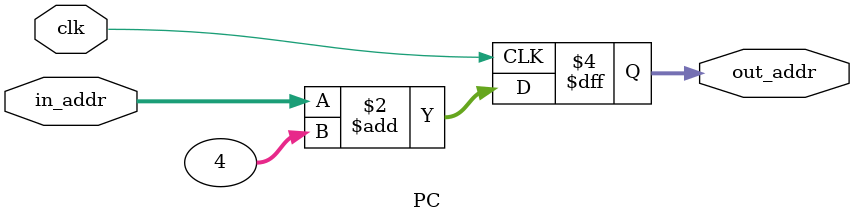
<source format=v>
`timescale 1ns / 1ps
module PC(clk,in_addr,out_addr);
	 input clk;
	 input [31:0] in_addr;
	 output reg[31:0] out_addr;
	 
		initial begin  
		  out_addr = 0;
		end

		always @(posedge clk)
		begin
				out_addr <= in_addr+4;
				$display("PC: Curr_addr: %d",out_addr) ;
		end
endmodule

</source>
